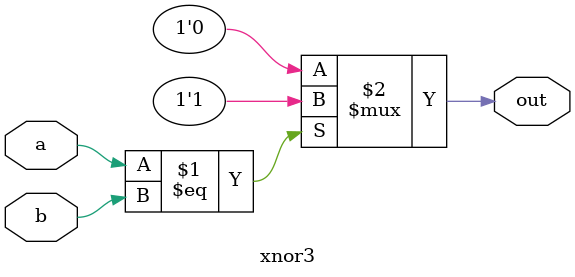
<source format=v>
module xnor3 (
  input a,
  input b,
  output out
);

  assign out = (a == b) ? 1'b1 : 1'b0; // XNOR using conditional expression (XOR and invert both)

endmodule

</source>
